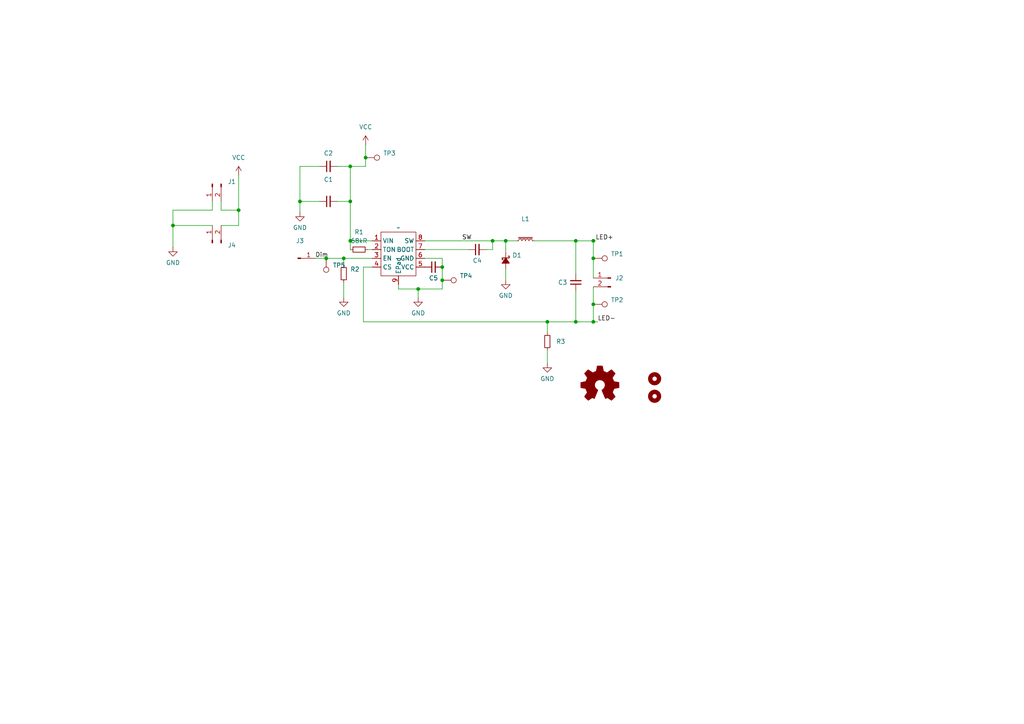
<source format=kicad_sch>
(kicad_sch (version 20231120) (generator "eeschema") (generator_version "8.0")
  (paper "A4")
  (title_block (title "besteLampe! Driver Module A") (date "2024-04-12") (rev "1.0") (comment 1 "See  https://lenaschimmel.de/besteLampe! for the source and more information") (comment 2 "This source describes Open Hardware and is licensed under the CERN-OHL-S v2.") (comment 3 "Copyright 2024 Lena Schimmel <mail@lenaschimmel.de>") (comment 4 "Design for JLCPCB 1-2 Layer Service"))
  (lib_symbols
    (symbol "Connector:Conn_01x01_Pin" (pin_names (offset 1.016) hide)
      (property "Reference" "J" (at 0 2.54 0))
      (property "Value" "Conn_01x01_Pin" (at 0 -2.54 0))
      (symbol "Conn_01x01_Pin_1_1"
        (polyline (pts (xy 1.27 0) (xy 0.8636 0)) (stroke (width 0.1524)))
        (rectangle (start 0.8636 0.127) (end 0 -0.127) (stroke (width 0.1524)) (fill (type outline)))
        (pin passive line (at 5.08 0 180) (length 3.81) (name "Pin_1") (number "1"))
      )
    )
    (symbol "Connector:Conn_01x02_Pin" (pin_names (offset 1.016) hide)
      (property "Reference" "J" (at 0 2.54 0))
      (property "Value" "Conn_01x02_Pin" (at 0 -5.08 0))
      (symbol "Conn_01x02_Pin_1_1"
        (polyline (pts (xy 1.27 -2.54) (xy 0.8636 -2.54)) (stroke (width 0.1524)))
        (polyline (pts (xy 1.27 0) (xy 0.8636 0)) (stroke (width 0.1524)))
        (rectangle (start 0.8636 -2.413) (end 0 -2.667) (stroke (width 0.1524)) (fill (type outline)))
        (rectangle (start 0.8636 0.127) (end 0 -0.127) (stroke (width 0.1524)) (fill (type outline)))
        (pin passive line (at 5.08 0 180) (length 3.81) (name "Pin_1") (number "1"))
        (pin passive line (at 5.08 -2.54 180) (length 3.81) (name "Pin_2") (number "2"))
      )
    )
    (symbol "Connector:TestPoint" (pin_numbers hide) (pin_names (offset 0.762) hide)
      (property "Reference" "TP" (at 0 6.858 0))
      (property "Value" "TestPoint" (at 0 5.08 0))
      (symbol "TestPoint_0_1"
        (circle (center 0 3.302) (radius 0.762))
      )
      (symbol "TestPoint_1_1"
        (pin passive line (at 0 0 90) (length 2.54) (name "1") (number "1"))
      )
    )
    (symbol "Device:C_Small" (pin_numbers hide) (pin_names (offset 0.254) hide)
      (property "Reference" "C" (at 0.254 1.778 0))
      (property "Value" "C_Small" (at 0.254 -2.032 0))
      (symbol "C_Small_0_1"
        (polyline (pts (xy -1.524 -0.508) (xy 1.524 -0.508)) (stroke (width 0.3302)))
        (polyline (pts (xy -1.524 0.508) (xy 1.524 0.508)) (stroke (width 0.3048)))
      )
      (symbol "C_Small_1_1"
        (pin passive line (at 0 2.54 270) (length 2.032) (name "~") (number "1"))
        (pin passive line (at 0 -2.54 90) (length 2.032) (name "~") (number "2"))
      )
    )
    (symbol "Device:D_Schottky_Small_Filled" (pin_numbers hide) (pin_names (offset 0.254) hide)
      (property "Reference" "D" (at -1.27 2.032 0))
      (property "Value" "D_Schottky_Small_Filled" (at -7.112 -2.032 0))
      (symbol "D_Schottky_Small_Filled_0_1"
        (polyline (pts (xy -0.762 0) (xy 0.762 0)))
        (polyline (pts (xy 0.762 -1.016) (xy -0.762 0) (xy 0.762 1.016) (xy 0.762 -1.016)) (stroke (width 0.254)) (fill (type outline)))
        (polyline (pts (xy -1.27 0.762) (xy -1.27 1.016) (xy -0.762 1.016) (xy -0.762 -1.016) (xy -0.254 -1.016) (xy -0.254 -0.762)) (stroke (width 0.254)))
      )
      (symbol "D_Schottky_Small_Filled_1_1"
        (pin passive line (at -2.54 0 0) (length 1.778) (name "K") (number "1"))
        (pin passive line (at 2.54 0 180) (length 1.778) (name "A") (number "2"))
      )
    )
    (symbol "Device:L_Iron_Small" (pin_numbers hide) (pin_names (offset 0.254) hide)
      (property "Reference" "L" (at 1.27 1.016 0))
      (property "Value" "L_Iron_Small" (at 1.27 -1.27 0))
      (symbol "L_Iron_Small_0_1"
        (arc (start 0 -2.032) (mid 0.5058 -1.524) (end 0 -1.016))
        (arc (start 0 -1.016) (mid 0.5058 -0.508) (end 0 0))
        (polyline (pts (xy 0.762 2.032) (xy 0.762 -2.032)))
        (polyline (pts (xy 1.016 -2.032) (xy 1.016 2.032)))
        (arc (start 0 0) (mid 0.5058 0.508) (end 0 1.016))
        (arc (start 0 1.016) (mid 0.5058 1.524) (end 0 2.032))
      )
      (symbol "L_Iron_Small_1_1"
        (pin passive line (at 0 2.54 270) (length 0.508) (name "~") (number "1"))
        (pin passive line (at 0 -2.54 90) (length 0.508) (name "~") (number "2"))
      )
    )
    (symbol "Device:R_Small" (pin_numbers hide) (pin_names (offset 0.254) hide)
      (property "Reference" "R" (at 0.762 0.508 0))
      (property "Value" "R_Small" (at 0.762 -1.016 0))
      (symbol "R_Small_0_1"
        (rectangle (start -0.762 1.778) (end 0.762 -1.778) (stroke (width 0.2032)))
      )
      (symbol "R_Small_1_1"
        (pin passive line (at 0 2.54 270) (length 0.762) (name "~") (number "1"))
        (pin passive line (at 0 -2.54 90) (length 0.762) (name "~") (number "2"))
      )
    )
    (symbol "Driver_LED:Allegro_MicroSystems_A6211GLJTR-T"
      (property "Reference" "U" (at 0 7.366 0))
      (symbol "Allegro_MicroSystems_A6211GLJTR-T_0_1"
        (rectangle (start -5.08 5.08) (end 5.08 -7.62))
      )
      (symbol "Allegro_MicroSystems_A6211GLJTR-T_1_1"
        (pin power_in line (at -7.62 2.54 0) (length 2.54) (name "VIN") (number "1"))
        (pin input line (at -7.62 0 0) (length 2.54) (name "TON") (number "2"))
        (pin input line (at -7.62 -2.54 0) (length 2.54) (name "EN") (number "3"))
        (pin input line (at -7.62 -5.08 0) (length 2.54) (name "CS") (number "4"))
        (pin bidirectional line (at 7.62 -5.08 180) (length 2.54) (name "VCC") (number "5"))
        (pin power_in line (at 7.62 -2.54 180) (length 2.54) (name "GND") (number "6"))
        (pin power_in line (at 7.62 0 180) (length 2.54) (name "BOOT") (number "7"))
        (pin output line (at 7.62 2.54 180) (length 2.54) (name "SW") (number "8"))
        (pin power_in line (at 0 -10.16 90) (length 2.54) (name "EPad") (number "9"))
      )
    )
    (symbol "Graphic:Logo_Open_Hardware_Small" (in_bom no) (on_board no)
      (symbol "Logo_Open_Hardware_Small_0_1"
        (polyline (pts (xy 3.3528 -4.3434) (xy 3.302 -4.318) (xy 3.175 -4.2418) (xy 2.9972 -4.1148) (xy 2.7686 -3.9624) (xy 2.54 -3.81) (xy 2.3622 -3.7084) (xy 2.2352 -3.6068) (xy 2.1844 -3.5814) (xy 2.159 -3.6068) (xy 2.0574 -3.6576) (xy 1.905 -3.7338) (xy 1.8034 -3.7846) (xy 1.6764 -3.8354) (xy 1.6002 -3.8354) (xy 1.6002 -3.8354) (xy 1.5494 -3.7338) (xy 1.4732 -3.5306) (xy 1.3462 -3.302) (xy 1.2446 -3.0226) (xy 1.1176 -2.7178) (xy 0.9652 -2.413) (xy 0.8636 -2.1082) (xy 0.7366 -1.8288) (xy 0.6604 -1.6256) (xy 0.6096 -1.4732) (xy 0.5842 -1.397) (xy 0.5842 -1.397) (xy 0.6604 -1.3208) (xy 0.7874 -1.2446) (xy 1.0414 -1.016) (xy 1.2954 -0.6858) (xy 1.4478 -0.3302) (xy 1.524 0.0762) (xy 1.4732 0.4572) (xy 1.3208 0.8128) (xy 1.0668 1.143) (xy 0.762 1.3716) (xy 0.4064 1.524) (xy 0 1.5748) (xy -0.381 1.5494) (xy -0.7366 1.397) (xy -1.0668 1.143) (xy -1.2192 0.9906) (xy -1.397 0.6604) (xy -1.524 0.3048) (xy -1.524 0.2286) (xy -1.4986 -0.1778) (xy -1.397 -0.5334) (xy -1.1938 -0.8636) (xy -0.9144 -1.143) (xy -0.8636 -1.1684) (xy -0.7366 -1.27) (xy -0.635 -1.3462) (xy -0.5842 -1.397) (xy -1.0668 -2.5908) (xy -1.143 -2.794) (xy -1.2954 -3.1242) (xy -1.397 -3.4036) (xy -1.4986 -3.6322) (xy -1.5748 -3.7846) (xy -1.6002 -3.8354) (xy -1.6002 -3.8354) (xy -1.651 -3.8354) (xy -1.7272 -3.81) (xy -1.905 -3.7338) (xy -2.0066 -3.683) (xy -2.1336 -3.6068) (xy -2.2098 -3.5814) (xy -2.2606 -3.6068) (xy -2.3622 -3.683) (xy -2.54 -3.81) (xy -2.7686 -3.9624) (xy -2.9718 -4.0894) (xy -3.1496 -4.2164) (xy -3.302 -4.318) (xy -3.3528 -4.3434) (xy -3.3782 -4.3434) (xy -3.429 -4.318) (xy -3.5306 -4.2164) (xy -3.7084 -4.064) (xy -3.937 -3.8354) (xy -3.9624 -3.81) (xy -4.1656 -3.6068) (xy -4.318 -3.4544) (xy -4.4196 -3.3274) (xy -4.445 -3.2766) (xy -4.445 -3.2766) (xy -4.4196 -3.2258) (xy -4.318 -3.0734) (xy -4.2164 -2.8956) (xy -4.064 -2.667) (xy -3.6576 -2.0828) (xy -3.8862 -1.5494) (xy -3.937 -1.3716) (xy -4.0386 -1.1684) (xy -4.0894 -1.0414) (xy -4.1148 -0.9652) (xy -4.191 -0.9398) (xy -4.318 -0.9144) (xy -4.5466 -0.8636) (xy -4.8006 -0.8128) (xy -5.0546 -0.7874) (xy -5.2578 -0.7366) (xy -5.4356 -0.7112) (xy -5.5118 -0.6858) (xy -5.5118 -0.6858) (xy -5.5372 -0.635) (xy -5.5372 -0.5588) (xy -5.5372 -0.4318) (xy -5.5626 -0.2286) (xy -5.5626 0.0762) (xy -5.5626 0.127) (xy -5.5372 0.4064) (xy -5.5372 0.635) (xy -5.5372 0.762) (xy -5.5372 0.8382) (xy -5.5372 0.8382) (xy -5.461 0.8382) (xy -5.3086 0.889) (xy -5.08 0.9144) (xy -4.826 0.9652) (xy -4.8006 0.9906) (xy -4.5466 1.0414) (xy -4.318 1.0668) (xy -4.1656 1.1176) (xy -4.0894 1.143) (xy -4.0894 1.143) (xy -4.0386 1.2446) (xy -3.9624 1.4224) (xy -3.8608 1.6256) (xy -3.7846 1.8288) (xy -3.7084 2.0066) (xy -3.6576 2.159) (xy -3.6322 2.2098) (xy -3.6322 2.2098) (xy -3.683 2.286) (xy -3.7592 2.413) (xy -3.8862 2.5908) (xy -4.064 2.8194) (xy -4.064 2.8448) (xy -4.2164 3.0734) (xy -4.3434 3.2512) (xy -4.4196 3.3782) (xy -4.445 3.4544) (xy -4.445 3.4544) (xy -4.3942 3.5052) (xy -4.2926 3.6322) (xy -4.1148 3.81) (xy -3.937 4.0132) (xy -3.8608 4.064) (xy -3.6576 4.2926) (xy -3.5052 4.4196) (xy -3.4036 4.4958) (xy -3.3528 4.5212) (xy -3.3528 4.5212) (xy -3.302 4.4704) (xy -3.1496 4.3688) (xy -2.9718 4.2418) (xy -2.7432 4.0894) (xy -2.7178 4.0894) (xy -2.4892 3.937) (xy -2.3114 3.81) (xy -2.1844 3.7084) (xy -2.1336 3.683) (xy -2.1082 3.683) (xy -2.032 3.7084) (xy -1.8542 3.7592) (xy -1.6764 3.8354) (xy -1.4732 3.937) (xy -1.27 4.0132) (xy -1.143 4.064) (xy -1.0668 4.1148) (xy -1.0668 4.1148) (xy -1.0414 4.191) (xy -1.016 4.3434) (xy -0.9652 4.572) (xy -0.9144 4.8514) (xy -0.889 4.9022) (xy -0.8382 5.1562) (xy -0.8128 5.3848) (xy -0.7874 5.5372) (xy -0.762 5.588) (xy -0.7112 5.6134) (xy -0.5842 5.6134) (xy -0.4064 5.6134) (xy -0.1524 5.6134) (xy 0.0762 5.6134) (xy 0.3302 5.6134) (xy 0.5334 5.6134) (xy 0.6858 5.588) (xy 0.7366 5.588) (xy 0.7366 5.588) (xy 0.762 5.5118) (xy 0.8128 5.334) (xy 0.8382 5.1054) (xy 0.9144 4.826) (xy 0.9144 4.7752) (xy 0.9652 4.5212) (xy 1.016 4.2926) (xy 1.0414 4.1402) (xy 1.0668 4.0894) (xy 1.0668 4.0894) (xy 1.1938 4.0386) (xy 1.3716 3.9624) (xy 1.5748 3.8608) (xy 2.0828 3.6576) (xy 2.7178 4.0894) (xy 2.7686 4.1402) (xy 2.9972 4.2926) (xy 3.175 4.4196) (xy 3.302 4.4958) (xy 3.3782 4.5212) (xy 3.3782 4.5212) (xy 3.429 4.4704) (xy 3.556 4.3434) (xy 3.7338 4.191) (xy 3.9116 3.9878) (xy 4.064 3.8354) (xy 4.2418 3.6576) (xy 4.3434 3.556) (xy 4.4196 3.4798) (xy 4.4196 3.429) (xy 4.4196 3.4036) (xy 4.3942 3.3274) (xy 4.2926 3.2004) (xy 4.1656 2.9972) (xy 4.0132 2.794) (xy 3.8862 2.5908) (xy 3.7592 2.3876) (xy 3.6576 2.2352) (xy 3.6322 2.159) (xy 3.6322 2.1336) (xy 3.683 2.0066) (xy 3.7592 1.8288) (xy 3.8608 1.6002) (xy 4.064 1.1176) (xy 4.3942 1.0414) (xy 4.5974 1.016) (xy 4.8768 0.9652) (xy 5.1308 0.9144) (xy 5.5372 0.8382) (xy 5.5626 -0.6604) (xy 5.4864 -0.6858) (xy 5.4356 -0.6858) (xy 5.2832 -0.7366) (xy 5.0546 -0.762) (xy 4.8006 -0.8128) (xy 4.5974 -0.8636) (xy 4.3688 -0.9144) (xy 4.2164 -0.9398) (xy 4.1402 -0.9398) (xy 4.1148 -0.9652) (xy 4.064 -1.0668) (xy 3.9878 -1.2446) (xy 3.9116 -1.4478) (xy 3.81 -1.651) (xy 3.7338 -1.8542) (xy 3.683 -2.0066) (xy 3.6576 -2.0828) (xy 3.683 -2.1336) (xy 3.7846 -2.2606) (xy 3.8862 -2.4638) (xy 4.0386 -2.667) (xy 4.191 -2.8956) (xy 4.318 -3.0734) (xy 4.3942 -3.2004) (xy 4.445 -3.2766) (xy 4.4196 -3.3274) (xy 4.3434 -3.429) (xy 4.1656 -3.5814) (xy 3.937 -3.8354) (xy 3.8862 -3.8608) (xy 3.683 -4.064) (xy 3.5306 -4.2164) (xy 3.4036 -4.318) (xy 3.3528 -4.3434)) (fill (type outline)))
      )
    )
    (symbol "Mechanical:MountingHole" (pin_names (offset 1.016)) (exclude_from_sim yes) (in_bom no)
      (property "Reference" "H" (at 0 5.08 0))
      (property "Value" "MountingHole" (at 0 3.175 0))
      (symbol "MountingHole_0_1"
        (circle (center 0 0) (radius 1.27) (stroke (width 1.27)))
      )
    )
    (symbol "power:GND" (power) (pin_numbers hide) (pin_names (offset 0) hide)
      (property "Value" "GND" (at 0 -3.81 0))
      (symbol "GND_0_1"
        (polyline (pts (xy 0 0) (xy 0 -1.27) (xy 1.27 -1.27) (xy 0 -2.54) (xy -1.27 -1.27) (xy 0 -1.27)))
      )
      (symbol "GND_1_1"
        (pin power_in line (at 0 0 270) (length 0) (name "~") (number "1"))
      )
    )
    (symbol "power:VCC" (power) (pin_numbers hide) (pin_names (offset 0) hide)
      (property "Value" "VCC" (at 0 3.556 0))
      (symbol "VCC_0_1"
        (polyline (pts (xy -0.762 1.27) (xy 0 2.54)))
        (polyline (pts (xy 0 0) (xy 0 2.54)))
        (polyline (pts (xy 0 2.54) (xy 0.762 1.27)))
      )
      (symbol "VCC_1_1"
        (pin power_in line (at 0 0 90) (length 0) (name "~") (number "1"))
      )
    )
  )
  (junction (at 158.75 93.345))
  (junction (at 167.005 69.85))
  (junction (at 172.085 74.93))
  (junction (at 172.085 88.265))
  (junction (at 101.6 69.85))
  (junction (at 99.695 74.93))
  (junction (at 172.085 69.85))
  (junction (at 86.995 58.42))
  (junction (at 69.215 60.96))
  (junction (at 128.27 77.47))
  (junction (at 101.6 58.42))
  (junction (at 167.005 93.345))
  (junction (at 106.045 45.72))
  (junction (at 50.165 65.405))
  (junction (at 94.615 74.93))
  (junction (at 172.085 93.345))
  (junction (at 146.685 69.85))
  (junction (at 128.27 81.28))
  (junction (at 121.285 83.82))
  (junction (at 101.6 48.26))
  (junction (at 142.875 69.85))
  (wire (pts (xy 115.57 83.82) (xy 121.285 83.82)))
  (wire (pts (xy 106.045 45.72) (xy 106.045 48.26)))
  (wire (pts (xy 140.97 72.39) (xy 142.875 72.39)))
  (wire (pts (xy 94.615 74.93) (xy 99.695 74.93)))
  (wire (pts (xy 101.6 48.26) (xy 106.045 48.26)))
  (wire (pts (xy 86.995 48.26) (xy 86.995 58.42)))
  (wire (pts (xy 50.165 60.96) (xy 61.595 60.96)))
  (wire (pts (xy 121.285 83.82) (xy 128.27 83.82)))
  (wire (pts (xy 64.135 60.96) (xy 64.135 58.42)))
  (wire (pts (xy 158.75 93.345) (xy 167.005 93.345)))
  (wire (pts (xy 97.79 58.42) (xy 101.6 58.42)))
  (wire (pts (xy 123.19 72.39) (xy 135.89 72.39)))
  (wire (pts (xy 128.27 77.47) (xy 128.27 81.28)))
  (wire (pts (xy 50.165 65.405) (xy 50.165 71.755)))
  (wire (pts (xy 172.085 69.85) (xy 172.72 69.85)))
  (wire (pts (xy 167.005 69.85) (xy 172.085 69.85)))
  (wire (pts (xy 99.695 74.93) (xy 99.695 76.835)))
  (wire (pts (xy 101.6 69.85) (xy 107.95 69.85)))
  (wire (pts (xy 64.135 65.405) (xy 69.215 65.405)))
  (wire (pts (xy 142.875 72.39) (xy 142.875 69.85)))
  (wire (pts (xy 172.085 88.265) (xy 172.085 93.345)))
  (wire (pts (xy 106.045 41.91) (xy 106.045 45.72)))
  (wire (pts (xy 92.71 48.26) (xy 86.995 48.26)))
  (wire (pts (xy 146.685 78.105) (xy 146.685 81.28)))
  (wire (pts (xy 50.165 65.405) (xy 61.595 65.405)))
  (wire (pts (xy 97.79 48.26) (xy 101.6 48.26)))
  (wire (pts (xy 158.75 93.345) (xy 158.75 96.52)))
  (wire (pts (xy 172.085 74.93) (xy 172.085 80.645)))
  (wire (pts (xy 101.6 69.85) (xy 101.6 72.39)))
  (wire (pts (xy 106.68 72.39) (xy 107.95 72.39)))
  (wire (pts (xy 105.41 93.345) (xy 158.75 93.345)))
  (wire (pts (xy 172.085 69.85) (xy 172.085 74.93)))
  (wire (pts (xy 50.165 60.96) (xy 50.165 65.405)))
  (wire (pts (xy 91.44 74.93) (xy 94.615 74.93)))
  (wire (pts (xy 146.685 69.85) (xy 149.86 69.85)))
  (wire (pts (xy 123.19 69.85) (xy 142.875 69.85)))
  (wire (pts (xy 105.41 77.47) (xy 105.41 93.345)))
  (wire (pts (xy 101.6 48.26) (xy 101.6 58.42)))
  (wire (pts (xy 107.95 77.47) (xy 105.41 77.47)))
  (wire (pts (xy 172.085 83.185) (xy 172.085 88.265)))
  (wire (pts (xy 115.57 82.55) (xy 115.57 83.82)))
  (wire (pts (xy 86.995 61.595) (xy 86.995 58.42)))
  (wire (pts (xy 154.94 69.85) (xy 167.005 69.85)))
  (wire (pts (xy 142.875 69.85) (xy 146.685 69.85)))
  (wire (pts (xy 167.005 93.345) (xy 172.085 93.345)))
  (wire (pts (xy 64.135 60.96) (xy 69.215 60.96)))
  (wire (pts (xy 173.355 93.345) (xy 172.085 93.345)))
  (wire (pts (xy 99.695 81.915) (xy 99.695 86.36)))
  (wire (pts (xy 69.215 60.96) (xy 69.215 65.405)))
  (wire (pts (xy 146.685 69.85) (xy 146.685 73.025)))
  (wire (pts (xy 158.75 101.6) (xy 158.75 105.41)))
  (wire (pts (xy 99.695 74.93) (xy 107.95 74.93)))
  (wire (pts (xy 101.6 58.42) (xy 101.6 69.85)))
  (wire (pts (xy 167.005 69.85) (xy 167.005 79.375)))
  (wire (pts (xy 121.285 83.82) (xy 121.285 86.36)))
  (wire (pts (xy 128.27 83.82) (xy 128.27 81.28)))
  (wire (pts (xy 69.215 50.8) (xy 69.215 60.96)))
  (wire (pts (xy 167.005 84.455) (xy 167.005 93.345)))
  (wire (pts (xy 86.995 58.42) (xy 92.71 58.42)))
  (wire (pts (xy 128.27 74.93) (xy 128.27 77.47)))
  (wire (pts (xy 128.27 74.93) (xy 123.19 74.93)))
  (wire (pts (xy 61.595 60.96) (xy 61.595 58.42)))
  (label "LED-" (at 173.355 93.345 0))
  (label "LED+" (at 172.72 69.85 0))
  (label "Dim" (at 91.44 74.93 0))
  (label "SW" (at 133.985 69.85 0))
  (symbol (lib_id "Graphic:Logo_Open_Hardware_Small") (at 173.99 111.76 0) (unit 1) (in_bom no) (on_board no)
    (property "Reference" "#SYM1" (effects (hide yes)))
    (property "Value" "Logo_Open_Hardware_Small" (effects (hide yes)))
    (property "Footprint" "Symbol:OSHW-Logo_5.7x6mm_SilkScreen" (effects (hide yes)))
    (property "Description" "Open Hardware logo, small" (effects (hide yes)))
    (property "Sim.Enable" "0" (effects (hide yes)))
  )
  (symbol (lib_id "Connector:TestPoint") (at 106.045 45.72 270) (unit 1)
    (property "Reference" "TP3" (at 111.125 44.4499 90) (effects (justify left)))
    (property "Value" "TestPoint" (effects (hide yes)))
    (property "Footprint" "TestPoint:TestPoint_THTPad_D1.5mm_Drill0.7mm" (effects (hide yes)))
    (property "Description" "test point" (effects (hide yes)))
  )
  (symbol (lib_id "power:GND") (at 121.285 86.36 0) (unit 1)
    (property "Reference" "#PWR01" (effects (hide yes)))
    (property "Value" "GND" (at 121.285 90.805 0))
    (property "Description" "Power symbol creates a global label with name \"GND\" , ground" (effects (hide yes)))
  )
  (symbol (lib_id "Connector:TestPoint") (at 94.615 74.93 180) (unit 1)
    (property "Reference" "TP5" (at 96.52 76.9619 0) (effects (justify right)))
    (property "Value" "TestPoint" (effects (hide yes)))
    (property "Footprint" "TestPoint:TestPoint_THTPad_D1.5mm_Drill0.7mm" (effects (hide yes)))
    (property "Description" "test point" (effects (hide yes)))
  )
  (symbol (lib_id "Connector:Conn_01x02_Pin") (at 177.165 80.645 0) (mirror y) (unit 1)
    (property "Reference" "J2" (at 178.435 80.6449 0) (effects (justify right)))
    (property "Value" "Conn_01x02_Pin" (effects (hide yes)))
    (property "Footprint" "Connector_PinHeader_2.54mm:PinHeader_1x02_P2.54mm_Vertical" (effects (hide yes)))
    (property "Description" "Generic connector, single row, 01x02, script generated" (effects (hide yes)))
  )
  (symbol (lib_id "Connector:Conn_01x02_Pin") (at 61.595 70.485 90) (unit 1)
    (property "Reference" "J4" (at 66.04 71.1201 90) (effects (justify right)))
    (property "Value" "Conn_01x02_Pin" (effects (hide yes)))
    (property "Footprint" "Connector_PinHeader_2.54mm:PinHeader_1x02_P2.54mm_Vertical" (effects (hide yes)))
    (property "Description" "Generic connector, single row, 01x02, script generated" (effects (hide yes)))
  )
  (symbol (lib_id "Device:R_Small") (at 158.75 99.06 0) (unit 1)
    (property "Reference" "R3" (at 161.29 99.0599 0) (effects (justify left)))
    (property "Value" "R_Small" (effects (hide yes)))
    (property "Footprint" "Resistor_SMD:R_1206_3216Metric" (effects (hide yes)))
    (property "Description" "Resistor, small symbol" (effects (hide yes)))
  )
  (symbol (lib_id "Mechanical:MountingHole") (at 189.865 114.935 0) (unit 1) (exclude_from_sim yes) (in_bom no)
    (property "Reference" "H2" (effects (hide yes)))
    (property "Value" "MountingHole" (effects (hide yes)))
    (property "Footprint" "MountingHole:MountingHole_3.2mm_M3" (effects (hide yes)))
    (property "Description" "Mounting Hole without connection" (effects (hide yes)))
  )
  (symbol (lib_id "Connector:TestPoint") (at 172.085 88.265 270) (unit 1)
    (property "Reference" "TP2" (at 177.165 86.9949 90) (effects (justify left)))
    (property "Value" "TestPoint" (effects (hide yes)))
    (property "Footprint" "TestPoint:TestPoint_THTPad_D1.5mm_Drill0.7mm" (effects (hide yes)))
    (property "Description" "test point" (effects (hide yes)))
  )
  (symbol (lib_id "power:GND") (at 86.995 61.595 0) (unit 1)
    (property "Reference" "#PWR03" (effects (hide yes)))
    (property "Value" "GND" (at 86.995 66.04 0))
    (property "Description" "Power symbol creates a global label with name \"GND\" , ground" (effects (hide yes)))
  )
  (symbol (lib_id "Connector:TestPoint") (at 172.085 74.93 270) (unit 1)
    (property "Reference" "TP1" (at 177.165 73.6599 90) (effects (justify left)))
    (property "Value" "TestPoint" (effects (hide yes)))
    (property "Footprint" "TestPoint:TestPoint_THTPad_D1.5mm_Drill0.7mm" (effects (hide yes)))
    (property "Description" "test point" (effects (hide yes)))
  )
  (symbol (lib_id "Connector:TestPoint") (at 128.27 81.28 270) (unit 1)
    (property "Reference" "TP4" (at 133.35 80.0099 90) (effects (justify left)))
    (property "Value" "TestPoint" (effects (hide yes)))
    (property "Footprint" "TestPoint:TestPoint_THTPad_D1.5mm_Drill0.7mm" (effects (hide yes)))
    (property "Description" "test point" (effects (hide yes)))
  )
  (symbol (lib_id "Connector:Conn_01x02_Pin") (at 61.595 53.34 90) (mirror x) (unit 1)
    (property "Reference" "J1" (at 66.04 52.7049 90) (effects (justify right)))
    (property "Value" "Conn_01x02_Pin" (effects (hide yes)))
    (property "Footprint" "Connector_PinHeader_2.54mm:PinHeader_1x02_P2.54mm_Vertical" (effects (hide yes)))
    (property "Description" "Generic connector, single row, 01x02, script generated" (effects (hide yes)))
  )
  (symbol (lib_id "power:VCC") (at 69.215 50.8 0) (unit 1)
    (property "Reference" "#PWR06" (effects (hide yes)))
    (property "Value" "VCC" (at 69.215 45.72 0))
    (property "Description" "Power symbol creates a global label with name \"VCC\"" (effects (hide yes)))
  )
  (symbol (lib_id "Device:R_Small") (at 104.14 72.39 90) (unit 1)
    (property "Reference" "R1" (at 104.14 67.31 90))
    (property "Value" "68kR" (at 104.14 69.85 90))
    (property "Footprint" "Resistor_SMD:R_0805_2012Metric" (effects (hide yes)))
    (property "Description" "Resistor, small symbol" (effects (hide yes)))
  )
  (symbol (lib_id "Mechanical:MountingHole") (at 189.865 109.855 0) (unit 1) (exclude_from_sim yes) (in_bom no)
    (property "Reference" "H1" (effects (hide yes)))
    (property "Value" "MountingHole" (effects (hide yes)))
    (property "Footprint" "MountingHole:MountingHole_3.2mm_M3" (effects (hide yes)))
    (property "Description" "Mounting Hole without connection" (effects (hide yes)))
  )
  (symbol (lib_id "power:GND") (at 146.685 81.28 0) (unit 1)
    (property "Reference" "#PWR09" (effects (hide yes)))
    (property "Value" "GND" (at 146.685 85.725 0))
    (property "Description" "Power symbol creates a global label with name \"GND\" , ground" (effects (hide yes)))
  )
  (symbol (lib_id "Device:C_Small") (at 167.005 81.915 180) (unit 1)
    (property "Reference" "C3" (at 163.195 81.915 0))
    (property "Value" "2.2uF" (effects (hide yes)))
    (property "Footprint" "Capacitor_SMD:C_1206_3216Metric" (effects (hide yes)))
    (property "Description" "Unpolarized capacitor, small symbol" (effects (hide yes)))
  )
  (symbol (lib_id "power:GND") (at 50.165 71.755 0) (unit 1)
    (property "Reference" "#PWR07" (effects (hide yes)))
    (property "Value" "GND" (at 50.165 76.2 0))
    (property "Description" "Power symbol creates a global label with name \"GND\" , ground" (effects (hide yes)))
  )
  (symbol (lib_id "Device:D_Schottky_Small_Filled") (at 146.685 75.565 270) (unit 1)
    (property "Reference" "D1" (at 148.59 74.0409 90) (effects (justify left)))
    (property "Value" "D_Schottky_Small_Filled" (effects (hide yes)))
    (property "Footprint" "Diode_SMD:D_CMS04_M_FLAT" (effects (hide yes)))
    (property "Description" "Schottky diode, small symbol, filled shape" (effects (hide yes)))
  )
  (symbol (lib_id "Device:R_Small") (at 99.695 79.375 0) (unit 1)
    (property "Reference" "R2" (at 101.6 78.1049 0) (effects (justify left)))
    (property "Value" "10kR" (effects (hide yes)))
    (property "Footprint" "Resistor_SMD:R_0805_2012Metric" (effects (hide yes)))
    (property "Description" "Resistor, small symbol" (effects (hide yes)))
  )
  (symbol (lib_id "Device:C_Small") (at 95.25 58.42 90) (unit 1)
    (property "Reference" "C1" (at 95.2563 52.07 90))
    (property "Value" "C_Small" (effects (hide yes)))
    (property "Footprint" "Capacitor_SMD:C_1206_3216Metric" (effects (hide yes)))
    (property "Description" "Unpolarized capacitor, small symbol" (effects (hide yes)))
  )
  (symbol (lib_id "Device:C_Small") (at 125.73 77.47 90) (unit 1)
    (property "Reference" "C5" (at 125.73 80.645 90))
    (property "Value" "C_Small" (effects (hide yes)))
    (property "Footprint" "Capacitor_SMD:C_1206_3216Metric" (effects (hide yes)))
    (property "Description" "Unpolarized capacitor, small symbol" (effects (hide yes)))
  )
  (symbol (lib_id "power:VCC") (at 106.045 41.91 0) (unit 1)
    (property "Reference" "#PWR02" (effects (hide yes)))
    (property "Value" "VCC" (at 106.045 36.83 0))
    (property "Description" "Power symbol creates a global label with name \"VCC\"" (effects (hide yes)))
  )
  (symbol (lib_id "Device:L_Iron_Small") (at 152.4 69.85 90) (unit 1)
    (property "Reference" "L1" (at 152.4 63.5 90))
    (property "Value" "10uH" (effects (hide yes)))
    (property "Footprint" "Inductor_SMD:L_Sumida_CDRH127" (effects (hide yes)))
    (property "Description" "Inductor with iron core, small symbol" (effects (hide yes)))
    (property "Model" "CDRH127NP-100MC" (effects (hide yes)))
  )
  (symbol (lib_id "Device:C_Small") (at 95.25 48.26 90) (unit 1)
    (property "Reference" "C2" (at 95.2563 44.45 90))
    (property "Value" "C_Small" (effects (hide yes)))
    (property "Footprint" "Capacitor_SMD:C_1206_3216Metric" (effects (hide yes)))
    (property "Description" "Unpolarized capacitor, small symbol" (effects (hide yes)))
  )
  (symbol (lib_id "Device:C_Small") (at 138.43 72.39 90) (unit 1)
    (property "Reference" "C4" (at 138.43 75.565 90))
    (property "Value" "C_Small" (effects (hide yes)))
    (property "Footprint" "Capacitor_SMD:C_1206_3216Metric" (effects (hide yes)))
    (property "Description" "Unpolarized capacitor, small symbol" (effects (hide yes)))
  )
  (symbol (lib_id "Driver_LED:Allegro_MicroSystems_A6211GLJTR-T") (at 115.57 72.39 0) (unit 1)
    (property "Reference" "U1" (effects (hide yes)))
    (property "Value" "~" (at 115.57 66.04 0))
    (property "Footprint" "Package_SO:SOIC-8-1EP_3.9x4.9mm_P1.27mm_EP2.41x3.3mm" (effects (hide yes)))
  )
  (symbol (lib_id "power:GND") (at 99.695 86.36 0) (unit 1)
    (property "Reference" "#PWR08" (effects (hide yes)))
    (property "Value" "GND" (at 99.695 90.805 0))
    (property "Description" "Power symbol creates a global label with name \"GND\" , ground" (effects (hide yes)))
  )
  (symbol (lib_id "Connector:Conn_01x01_Pin") (at 86.36 74.93 0) (unit 1)
    (property "Reference" "J3" (at 86.995 69.85 0))
    (property "Value" "Conn_01x01_Pin" (effects (hide yes)))
    (property "Footprint" "Connector_PinHeader_2.54mm:PinHeader_1x01_P2.54mm_Vertical" (effects (hide yes)))
    (property "Description" "Generic connector, single row, 01x01, script generated" (effects (hide yes)))
  )
  (symbol (lib_id "power:GND") (at 158.75 105.41 0) (unit 1)
    (property "Reference" "#PWR05" (effects (hide yes)))
    (property "Value" "GND" (at 158.75 109.855 0))
    (property "Description" "Power symbol creates a global label with name \"GND\" , ground" (effects (hide yes)))
  )
)
</source>
